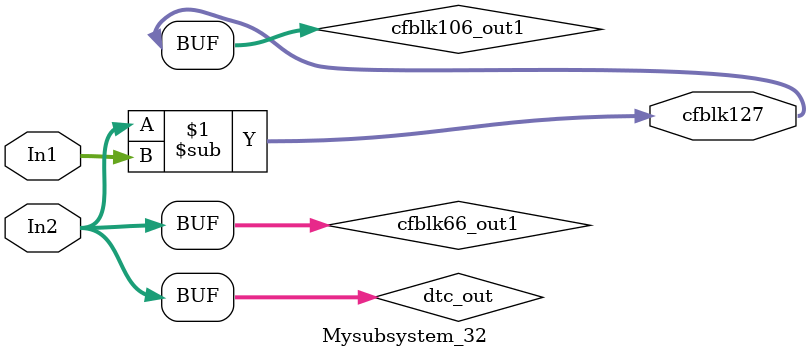
<source format=v>



`timescale 1 ns / 1 ns

module Mysubsystem_32
          (In1,
           In2,
           cfblk127);


  input   [7:0] In1;  // uint8
  input   [7:0] In2;  // uint8
  output  [7:0] cfblk127;  // uint8


  wire [7:0] dtc_out;  // ufix8
  wire [7:0] cfblk66_out1;  // uint8
  wire [7:0] cfblk106_out1;  // uint8


  assign dtc_out = In2;



  assign cfblk66_out1 = dtc_out;



  assign cfblk106_out1 = cfblk66_out1 - In1;



  assign cfblk127 = cfblk106_out1;

endmodule  // Mysubsystem_32


</source>
